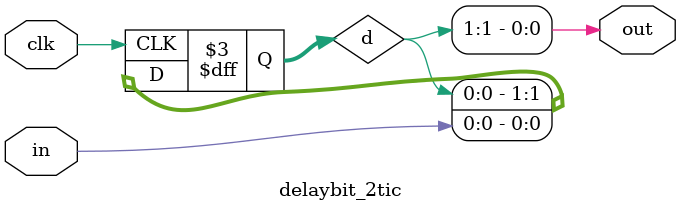
<source format=v>
module delaybit_2tic (
    input clk,
    input in,
    output out
);

reg [1:0] d = 0;
assign out = d[1];

always @(posedge clk) 
    d <= {d[0], in};

endmodule

</source>
